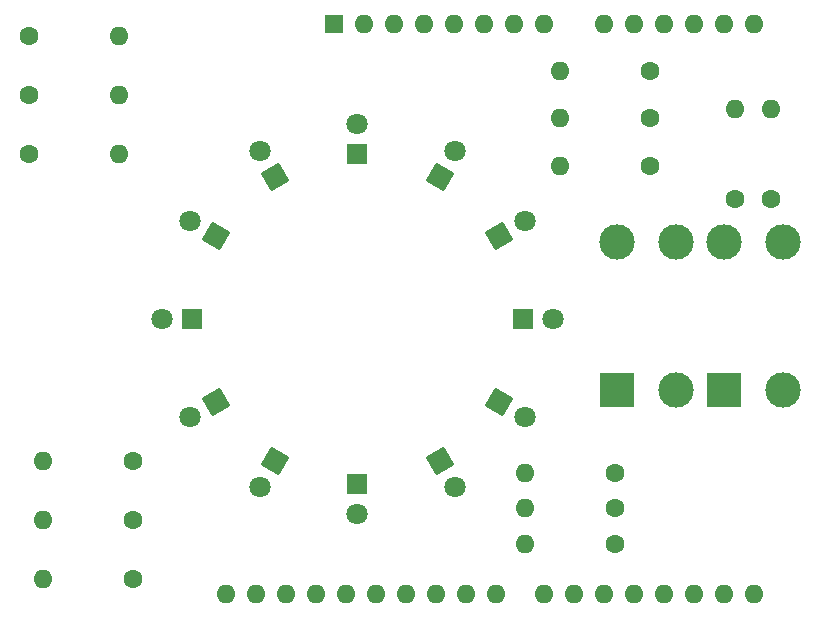
<source format=gbr>
%TF.GenerationSoftware,KiCad,Pcbnew,(6.0.7)*%
%TF.CreationDate,2022-08-22T17:31:34+09:00*%
%TF.ProjectId,LED_Roulette_Shield,4c45445f-526f-4756-9c65-7474655f5368,rev?*%
%TF.SameCoordinates,Original*%
%TF.FileFunction,Soldermask,Top*%
%TF.FilePolarity,Negative*%
%FSLAX46Y46*%
G04 Gerber Fmt 4.6, Leading zero omitted, Abs format (unit mm)*
G04 Created by KiCad (PCBNEW (6.0.7)) date 2022-08-22 17:31:34*
%MOMM*%
%LPD*%
G01*
G04 APERTURE LIST*
G04 Aperture macros list*
%AMRotRect*
0 Rectangle, with rotation*
0 The origin of the aperture is its center*
0 $1 length*
0 $2 width*
0 $3 Rotation angle, in degrees counterclockwise*
0 Add horizontal line*
21,1,$1,$2,0,0,$3*%
G04 Aperture macros list end*
%ADD10RotRect,1.800000X1.800000X150.000000*%
%ADD11C,1.800000*%
%ADD12R,3.000000X3.000000*%
%ADD13C,3.000000*%
%ADD14RotRect,1.800000X1.800000X210.000000*%
%ADD15C,1.600000*%
%ADD16O,1.600000X1.600000*%
%ADD17R,1.600000X1.600000*%
%ADD18RotRect,1.800000X1.800000X30.000000*%
%ADD19RotRect,1.800000X1.800000X240.000000*%
%ADD20RotRect,1.800000X1.800000X330.000000*%
%ADD21R,1.800000X1.800000*%
%ADD22RotRect,1.800000X1.800000X300.000000*%
%ADD23RotRect,1.800000X1.800000X60.000000*%
%ADD24RotRect,1.800000X1.800000X120.000000*%
G04 APERTURE END LIST*
D10*
%TO.C,D10*%
X134000000Y-84000000D03*
D11*
X131800295Y-82730000D03*
%TD*%
D12*
%TO.C,S1*%
X168000000Y-97000000D03*
D13*
X173000000Y-97000000D03*
X168000000Y-84500000D03*
X173000000Y-84500000D03*
%TD*%
D14*
%TO.C,D8*%
X134000000Y-98000000D03*
D11*
X131800295Y-99270000D03*
%TD*%
D15*
%TO.C,R5*%
X167810000Y-107000000D03*
D16*
X160190000Y-107000000D03*
%TD*%
D15*
%TO.C,R12*%
X118190000Y-77000000D03*
D16*
X125810000Y-77000000D03*
%TD*%
D15*
%TO.C,R14*%
X181000000Y-80810000D03*
D16*
X181000000Y-73190000D03*
%TD*%
D17*
%TO.C,A1*%
X144000000Y-66000000D03*
D16*
X146540000Y-66000000D03*
X149080000Y-66000000D03*
X151620000Y-66000000D03*
X154160000Y-66000000D03*
X156700000Y-66000000D03*
X159240000Y-66000000D03*
X161780000Y-66000000D03*
X166860000Y-66000000D03*
X169400000Y-66000000D03*
X171940000Y-66000000D03*
X174480000Y-66000000D03*
X177020000Y-66000000D03*
X179560000Y-66000000D03*
X179560000Y-114260000D03*
X177020000Y-114260000D03*
X174480000Y-114260000D03*
X171940000Y-114260000D03*
X169400000Y-114260000D03*
X166860000Y-114260000D03*
X164320000Y-114260000D03*
X161780000Y-114260000D03*
X157720000Y-114260000D03*
X155180000Y-114260000D03*
X152640000Y-114260000D03*
X150100000Y-114260000D03*
X147560000Y-114260000D03*
X145020000Y-114260000D03*
X142480000Y-114260000D03*
X139940000Y-114260000D03*
X137400000Y-114260000D03*
X134860000Y-114260000D03*
%TD*%
D15*
%TO.C,R2*%
X170810000Y-74000000D03*
D16*
X163190000Y-74000000D03*
%TD*%
D18*
%TO.C,D2*%
X158000000Y-84000000D03*
D11*
X160199705Y-82730000D03*
%TD*%
D19*
%TO.C,D7*%
X139000000Y-103000000D03*
D11*
X137730000Y-105199705D03*
%TD*%
D20*
%TO.C,D4*%
X158000000Y-98000000D03*
D11*
X160199705Y-99270000D03*
%TD*%
D21*
%TO.C,D9*%
X132000000Y-91000000D03*
D11*
X129460000Y-91000000D03*
%TD*%
D15*
%TO.C,R6*%
X167810000Y-110000000D03*
D16*
X160190000Y-110000000D03*
%TD*%
D22*
%TO.C,D5*%
X153000000Y-103000000D03*
D11*
X154270000Y-105199705D03*
%TD*%
D15*
%TO.C,R4*%
X167810000Y-104000000D03*
D16*
X160190000Y-104000000D03*
%TD*%
D15*
%TO.C,R3*%
X170810000Y-78000000D03*
D16*
X163190000Y-78000000D03*
%TD*%
D21*
%TO.C,D6*%
X146000000Y-105000000D03*
D11*
X146000000Y-107540000D03*
%TD*%
D12*
%TO.C,S2*%
X177000000Y-97000000D03*
D13*
X182000000Y-97000000D03*
X177000000Y-84500000D03*
X182000000Y-84500000D03*
%TD*%
D15*
%TO.C,R8*%
X127000000Y-108000000D03*
D16*
X119380000Y-108000000D03*
%TD*%
D21*
%TO.C,D12*%
X146000000Y-77000000D03*
D11*
X146000000Y-74460000D03*
%TD*%
D21*
%TO.C,D3*%
X160000000Y-91000000D03*
D11*
X162540000Y-91000000D03*
%TD*%
D15*
%TO.C,R10*%
X118190000Y-67000000D03*
D16*
X125810000Y-67000000D03*
%TD*%
D23*
%TO.C,D1*%
X153000000Y-79000000D03*
D11*
X154270000Y-76800295D03*
%TD*%
D15*
%TO.C,R9*%
X127000000Y-113000000D03*
D16*
X119380000Y-113000000D03*
%TD*%
D15*
%TO.C,R7*%
X127000000Y-103000000D03*
D16*
X119380000Y-103000000D03*
%TD*%
D24*
%TO.C,D11*%
X139000000Y-79000000D03*
D11*
X137730000Y-76800295D03*
%TD*%
D15*
%TO.C,R13*%
X178000000Y-80810000D03*
D16*
X178000000Y-73190000D03*
%TD*%
D15*
%TO.C,R11*%
X118190000Y-72000000D03*
D16*
X125810000Y-72000000D03*
%TD*%
D15*
%TO.C,R1*%
X170810000Y-70000000D03*
D16*
X163190000Y-70000000D03*
%TD*%
M02*

</source>
